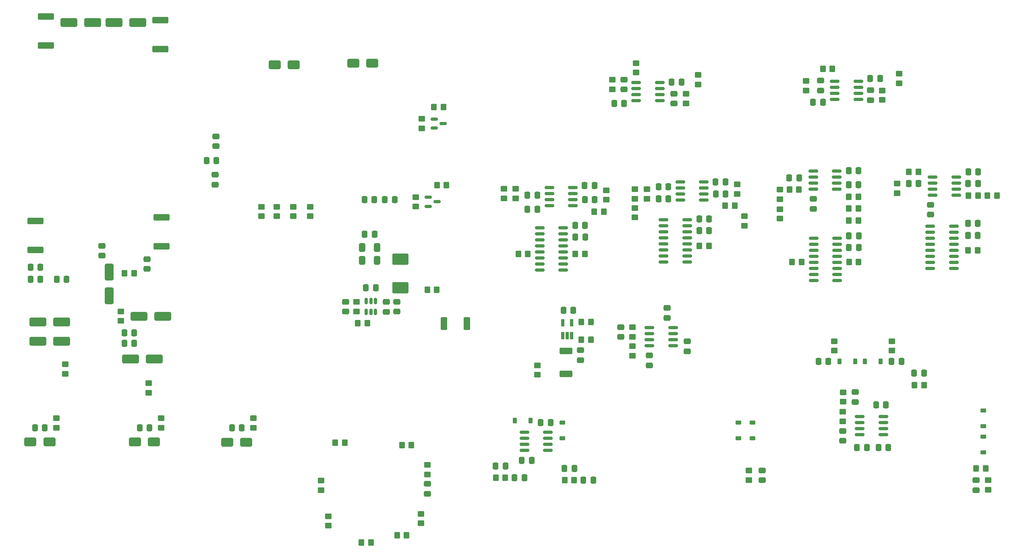
<source format=gbr>
%TF.GenerationSoftware,KiCad,Pcbnew,7.0.8*%
%TF.CreationDate,2024-02-21T10:41:43-05:00*%
%TF.ProjectId,Quad Joystick Mixer,51756164-204a-46f7-9973-7469636b204d,rev?*%
%TF.SameCoordinates,Original*%
%TF.FileFunction,Paste,Top*%
%TF.FilePolarity,Positive*%
%FSLAX46Y46*%
G04 Gerber Fmt 4.6, Leading zero omitted, Abs format (unit mm)*
G04 Created by KiCad (PCBNEW 7.0.8) date 2024-02-21 10:41:43*
%MOMM*%
%LPD*%
G01*
G04 APERTURE LIST*
G04 Aperture macros list*
%AMRoundRect*
0 Rectangle with rounded corners*
0 $1 Rounding radius*
0 $2 $3 $4 $5 $6 $7 $8 $9 X,Y pos of 4 corners*
0 Add a 4 corners polygon primitive as box body*
4,1,4,$2,$3,$4,$5,$6,$7,$8,$9,$2,$3,0*
0 Add four circle primitives for the rounded corners*
1,1,$1+$1,$2,$3*
1,1,$1+$1,$4,$5*
1,1,$1+$1,$6,$7*
1,1,$1+$1,$8,$9*
0 Add four rect primitives between the rounded corners*
20,1,$1+$1,$2,$3,$4,$5,0*
20,1,$1+$1,$4,$5,$6,$7,0*
20,1,$1+$1,$6,$7,$8,$9,0*
20,1,$1+$1,$8,$9,$2,$3,0*%
G04 Aperture macros list end*
%ADD10RoundRect,0.249999X-1.425001X0.450001X-1.425001X-0.450001X1.425001X-0.450001X1.425001X0.450001X0*%
%ADD11R,0.650000X1.560000*%
%ADD12RoundRect,0.250000X-0.337500X-0.475000X0.337500X-0.475000X0.337500X0.475000X-0.337500X0.475000X0*%
%ADD13RoundRect,0.250000X0.337500X0.475000X-0.337500X0.475000X-0.337500X-0.475000X0.337500X-0.475000X0*%
%ADD14RoundRect,0.250000X0.450000X-0.350000X0.450000X0.350000X-0.450000X0.350000X-0.450000X-0.350000X0*%
%ADD15RoundRect,0.250000X-0.475000X0.337500X-0.475000X-0.337500X0.475000X-0.337500X0.475000X0.337500X0*%
%ADD16RoundRect,0.250000X-0.350000X-0.450000X0.350000X-0.450000X0.350000X0.450000X-0.350000X0.450000X0*%
%ADD17RoundRect,0.250000X-0.450000X0.350000X-0.450000X-0.350000X0.450000X-0.350000X0.450000X0.350000X0*%
%ADD18RoundRect,0.250000X0.475000X-0.337500X0.475000X0.337500X-0.475000X0.337500X-0.475000X-0.337500X0*%
%ADD19RoundRect,0.225000X0.375000X-0.225000X0.375000X0.225000X-0.375000X0.225000X-0.375000X-0.225000X0*%
%ADD20RoundRect,0.250000X1.000000X0.650000X-1.000000X0.650000X-1.000000X-0.650000X1.000000X-0.650000X0*%
%ADD21RoundRect,0.250000X1.500000X0.650000X-1.500000X0.650000X-1.500000X-0.650000X1.500000X-0.650000X0*%
%ADD22RoundRect,0.150000X-0.825000X-0.150000X0.825000X-0.150000X0.825000X0.150000X-0.825000X0.150000X0*%
%ADD23RoundRect,0.150000X0.150000X-0.512500X0.150000X0.512500X-0.150000X0.512500X-0.150000X-0.512500X0*%
%ADD24RoundRect,0.250000X0.350000X0.450000X-0.350000X0.450000X-0.350000X-0.450000X0.350000X-0.450000X0*%
%ADD25RoundRect,0.250000X-1.500000X-0.650000X1.500000X-0.650000X1.500000X0.650000X-1.500000X0.650000X0*%
%ADD26RoundRect,0.250000X0.650000X-1.500000X0.650000X1.500000X-0.650000X1.500000X-0.650000X-1.500000X0*%
%ADD27RoundRect,0.225000X-0.225000X-0.375000X0.225000X-0.375000X0.225000X0.375000X-0.225000X0.375000X0*%
%ADD28RoundRect,0.225000X0.225000X0.375000X-0.225000X0.375000X-0.225000X-0.375000X0.225000X-0.375000X0*%
%ADD29RoundRect,0.250000X0.412500X0.650000X-0.412500X0.650000X-0.412500X-0.650000X0.412500X-0.650000X0*%
%ADD30RoundRect,0.150000X-0.587500X-0.150000X0.587500X-0.150000X0.587500X0.150000X-0.587500X0.150000X0*%
%ADD31RoundRect,0.249999X-0.450001X-1.075001X0.450001X-1.075001X0.450001X1.075001X-0.450001X1.075001X0*%
%ADD32RoundRect,0.235000X1.465000X-0.940000X1.465000X0.940000X-1.465000X0.940000X-1.465000X-0.940000X0*%
%ADD33RoundRect,0.249999X-1.075001X0.450001X-1.075001X-0.450001X1.075001X-0.450001X1.075001X0.450001X0*%
%ADD34RoundRect,0.225000X-0.375000X0.225000X-0.375000X-0.225000X0.375000X-0.225000X0.375000X0.225000X0*%
G04 APERTURE END LIST*
D10*
%TO.C,R6*%
X42988750Y-47711250D03*
X42988750Y-53811250D03*
%TD*%
D11*
%TO.C,U5*%
X151568750Y-114839850D03*
X152518750Y-114839850D03*
X153468750Y-114839850D03*
X153468750Y-112139850D03*
X151568750Y-112139850D03*
%TD*%
D12*
%TO.C,C72*%
X142976250Y-141126250D03*
X145051250Y-141126250D03*
%TD*%
D13*
%TO.C,C73*%
X157988750Y-145261250D03*
X155913750Y-145261250D03*
%TD*%
D14*
%TO.C,R81*%
X120651250Y-87711250D03*
X120651250Y-85711250D03*
%TD*%
D15*
%TO.C,C69*%
X228851250Y-87338750D03*
X228851250Y-89413750D03*
%TD*%
D13*
%TO.C,C71*%
X149013750Y-133126250D03*
X146938750Y-133126250D03*
%TD*%
D16*
%TO.C,R77*%
X117767750Y-137851650D03*
X119767750Y-137851650D03*
%TD*%
D17*
%TO.C,R12*%
X108238750Y-107761250D03*
X108238750Y-109761250D03*
%TD*%
D18*
%TO.C,C52*%
X205738750Y-63298750D03*
X205738750Y-61223750D03*
%TD*%
D16*
%TO.C,R10*%
X123098750Y-105221250D03*
X125098750Y-105221250D03*
%TD*%
D19*
%TO.C,D12*%
X191488750Y-136411250D03*
X191488750Y-133111250D03*
%TD*%
D15*
%TO.C,C25*%
X213023750Y-126723750D03*
X213023750Y-128798750D03*
%TD*%
D17*
%TO.C,R30*%
X141701250Y-84000000D03*
X141701250Y-86000000D03*
%TD*%
D13*
%TO.C,C54*%
X206238750Y-65761250D03*
X204163750Y-65761250D03*
%TD*%
D16*
%TO.C,R21*%
X155518750Y-115739850D03*
X157518750Y-115739850D03*
%TD*%
D13*
%TO.C,C29*%
X220001250Y-138396250D03*
X217926250Y-138396250D03*
%TD*%
D20*
%TO.C,D22*%
X43678750Y-137221250D03*
X39678750Y-137221250D03*
%TD*%
D21*
%TO.C,D10*%
X46238750Y-116011250D03*
X41238750Y-116011250D03*
%TD*%
D22*
%TO.C,U19*%
X143538750Y-135221250D03*
X143538750Y-136491250D03*
X143538750Y-137761250D03*
X143538750Y-139031250D03*
X148488750Y-139031250D03*
X148488750Y-137761250D03*
X148488750Y-136491250D03*
X148488750Y-135221250D03*
%TD*%
D17*
%TO.C,R15*%
X210463750Y-130896250D03*
X210463750Y-132896250D03*
%TD*%
D23*
%TO.C,U3*%
X110288750Y-109898750D03*
X111238750Y-109898750D03*
X112188750Y-109898750D03*
X112188750Y-107623750D03*
X111238750Y-107623750D03*
X110288750Y-107623750D03*
%TD*%
D17*
%TO.C,R48*%
X220723750Y-116011250D03*
X220723750Y-118011250D03*
%TD*%
D12*
%TO.C,C39*%
X154226250Y-94146250D03*
X156301250Y-94146250D03*
%TD*%
D16*
%TO.C,R63*%
X116767750Y-156851650D03*
X118767750Y-156851650D03*
%TD*%
D15*
%TO.C,C80*%
X78710057Y-72946730D03*
X78710057Y-75021730D03*
%TD*%
D21*
%TO.C,D2*%
X62238750Y-49011250D03*
X57238750Y-49011250D03*
%TD*%
D24*
%TO.C,R22*%
X157518750Y-111989850D03*
X155518750Y-111989850D03*
%TD*%
D17*
%TO.C,R19*%
X240988750Y-145261250D03*
X240988750Y-147261250D03*
%TD*%
D24*
%TO.C,R53*%
X238851250Y-85376250D03*
X236851250Y-85376250D03*
%TD*%
D12*
%TO.C,C46*%
X183738750Y-85051250D03*
X185813750Y-85051250D03*
%TD*%
D16*
%TO.C,R51*%
X236763750Y-96876250D03*
X238763750Y-96876250D03*
%TD*%
D17*
%TO.C,R23*%
X166268750Y-117089850D03*
X166268750Y-119089850D03*
%TD*%
D10*
%TO.C,R7*%
X40738750Y-90711250D03*
X40738750Y-96811250D03*
%TD*%
D25*
%TO.C,D5*%
X41238750Y-112011250D03*
X46238750Y-112011250D03*
%TD*%
D19*
%TO.C,D19*%
X151488750Y-136411250D03*
X151488750Y-133111250D03*
%TD*%
D15*
%TO.C,C81*%
X123158750Y-146025150D03*
X123158750Y-148100150D03*
%TD*%
D12*
%TO.C,C8*%
X183701250Y-82551250D03*
X185776250Y-82551250D03*
%TD*%
D14*
%TO.C,R84*%
X86568750Y-134261250D03*
X86568750Y-132261250D03*
%TD*%
D16*
%TO.C,R59*%
X211763750Y-99336250D03*
X213763750Y-99336250D03*
%TD*%
D14*
%TO.C,R66*%
X98460057Y-89734230D03*
X98460057Y-87734230D03*
%TD*%
D13*
%TO.C,C11*%
X41776250Y-100511250D03*
X39701250Y-100511250D03*
%TD*%
%TO.C,C9*%
X173776250Y-86051250D03*
X171701250Y-86051250D03*
%TD*%
D16*
%TO.C,R50*%
X224313750Y-80376250D03*
X226313750Y-80376250D03*
%TD*%
D12*
%TO.C,C62*%
X211726250Y-96336250D03*
X213801250Y-96336250D03*
%TD*%
D16*
%TO.C,R5*%
X59488750Y-101761250D03*
X61488750Y-101761250D03*
%TD*%
%TO.C,R17*%
X225488750Y-125261250D03*
X227488750Y-125261250D03*
%TD*%
D12*
%TO.C,C41*%
X156163750Y-83281250D03*
X158238750Y-83281250D03*
%TD*%
D16*
%TO.C,R73*%
X109267750Y-158351650D03*
X111267750Y-158351650D03*
%TD*%
D22*
%TO.C,U16*%
X204238750Y-80241250D03*
X204238750Y-81511250D03*
X204238750Y-82781250D03*
X204238750Y-84051250D03*
X209188750Y-84051250D03*
X209188750Y-82781250D03*
X209188750Y-81511250D03*
X209188750Y-80241250D03*
%TD*%
D24*
%TO.C,R64*%
X139488750Y-144761250D03*
X137488750Y-144761250D03*
%TD*%
D14*
%TO.C,R9*%
X64528750Y-126871250D03*
X64528750Y-124871250D03*
%TD*%
D15*
%TO.C,C33*%
X155268750Y-117952350D03*
X155268750Y-120027350D03*
%TD*%
D12*
%TO.C,C66*%
X211676250Y-83146250D03*
X213751250Y-83146250D03*
%TD*%
D13*
%TO.C,C10*%
X41776250Y-103011250D03*
X39701250Y-103011250D03*
%TD*%
D17*
%TO.C,R37*%
X202738750Y-61261250D03*
X202738750Y-63261250D03*
%TD*%
D12*
%TO.C,C67*%
X236813750Y-80376250D03*
X238888750Y-80376250D03*
%TD*%
D13*
%TO.C,C42*%
X146238750Y-88281250D03*
X144163750Y-88281250D03*
%TD*%
D12*
%TO.C,C78*%
X109922557Y-86234230D03*
X111997557Y-86234230D03*
%TD*%
D26*
%TO.C,D3*%
X56238750Y-106511250D03*
X56238750Y-101511250D03*
%TD*%
D27*
%TO.C,D16*%
X209723750Y-120261250D03*
X213023750Y-120261250D03*
%TD*%
D28*
%TO.C,D17*%
X218373750Y-120261250D03*
X215073750Y-120261250D03*
%TD*%
D22*
%TO.C,U9*%
X146751250Y-92201250D03*
X146751250Y-93471250D03*
X146751250Y-94741250D03*
X146751250Y-96011250D03*
X146751250Y-97281250D03*
X146751250Y-98551250D03*
X146751250Y-99821250D03*
X146751250Y-101091250D03*
X151701250Y-101091250D03*
X151701250Y-99821250D03*
X151701250Y-98551250D03*
X151701250Y-97281250D03*
X151701250Y-96011250D03*
X151701250Y-94741250D03*
X151701250Y-93471250D03*
X151701250Y-92201250D03*
%TD*%
D27*
%TO.C,D18*%
X141488750Y-132761250D03*
X144788750Y-132761250D03*
%TD*%
D20*
%TO.C,D26*%
X95028750Y-57871250D03*
X91028750Y-57871250D03*
%TD*%
D22*
%TO.C,U6*%
X176288750Y-82511250D03*
X176288750Y-83781250D03*
X176288750Y-85051250D03*
X176288750Y-86321250D03*
X181238750Y-86321250D03*
X181238750Y-85051250D03*
X181238750Y-83781250D03*
X181238750Y-82511250D03*
%TD*%
D12*
%TO.C,C48*%
X156201250Y-86281250D03*
X158276250Y-86281250D03*
%TD*%
D22*
%TO.C,U17*%
X204288750Y-94391250D03*
X204288750Y-95661250D03*
X204288750Y-96931250D03*
X204288750Y-98201250D03*
X204288750Y-99471250D03*
X204288750Y-100741250D03*
X204288750Y-102011250D03*
X204288750Y-103281250D03*
X209238750Y-103281250D03*
X209238750Y-102011250D03*
X209238750Y-100741250D03*
X209238750Y-99471250D03*
X209238750Y-98201250D03*
X209238750Y-96931250D03*
X209238750Y-95661250D03*
X209238750Y-94391250D03*
%TD*%
D18*
%TO.C,C16*%
X173488750Y-111127350D03*
X173488750Y-109052350D03*
%TD*%
D12*
%TO.C,C15*%
X45201250Y-103011250D03*
X47276250Y-103011250D03*
%TD*%
D17*
%TO.C,R28*%
X169238750Y-84051250D03*
X169238750Y-86051250D03*
%TD*%
D12*
%TO.C,C20*%
X110201250Y-104761250D03*
X112276250Y-104761250D03*
%TD*%
D14*
%TO.C,R87*%
X197238750Y-90261250D03*
X197238750Y-88261250D03*
%TD*%
D13*
%TO.C,C82*%
X42716250Y-134221250D03*
X40641250Y-134221250D03*
%TD*%
D24*
%TO.C,R76*%
X105767750Y-137351650D03*
X103767750Y-137351650D03*
%TD*%
D15*
%TO.C,C23*%
X105988750Y-107723750D03*
X105988750Y-109798750D03*
%TD*%
D12*
%TO.C,C37*%
X205336250Y-120261250D03*
X207411250Y-120261250D03*
%TD*%
D14*
%TO.C,R68*%
X91460057Y-89734230D03*
X91460057Y-87734230D03*
%TD*%
D20*
%TO.C,D24*%
X85068750Y-137261250D03*
X81068750Y-137261250D03*
%TD*%
D17*
%TO.C,R62*%
X121767750Y-152351650D03*
X121767750Y-154351650D03*
%TD*%
D14*
%TO.C,R82*%
X45178750Y-134221250D03*
X45178750Y-132221250D03*
%TD*%
D18*
%TO.C,C51*%
X216238750Y-65298750D03*
X216238750Y-63223750D03*
%TD*%
D15*
%TO.C,C26*%
X210463750Y-134896250D03*
X210463750Y-136971250D03*
%TD*%
D20*
%TO.C,D25*%
X111528750Y-57541250D03*
X107528750Y-57541250D03*
%TD*%
D14*
%TO.C,R88*%
X189788750Y-91741250D03*
X189788750Y-89741250D03*
%TD*%
D10*
%TO.C,R1*%
X66988750Y-48461250D03*
X66988750Y-54561250D03*
%TD*%
D18*
%TO.C,C22*%
X114488750Y-109836250D03*
X114488750Y-107761250D03*
%TD*%
D15*
%TO.C,C36*%
X169768750Y-119052350D03*
X169768750Y-121127350D03*
%TD*%
D13*
%TO.C,C58*%
X226351250Y-82876250D03*
X224276250Y-82876250D03*
%TD*%
%TO.C,C45*%
X173776250Y-83551250D03*
X171701250Y-83551250D03*
%TD*%
D16*
%TO.C,R39*%
X206238750Y-58761250D03*
X208238750Y-58761250D03*
%TD*%
D22*
%TO.C,U12*%
X208763750Y-61356250D03*
X208763750Y-62626250D03*
X208763750Y-63896250D03*
X208763750Y-65166250D03*
X213713750Y-65166250D03*
X213713750Y-63896250D03*
X213713750Y-62626250D03*
X213713750Y-61356250D03*
%TD*%
D12*
%TO.C,C27*%
X225451250Y-122761250D03*
X227526250Y-122761250D03*
%TD*%
D29*
%TO.C,C17*%
X112551250Y-99036250D03*
X109426250Y-99036250D03*
%TD*%
D17*
%TO.C,R8*%
X166268750Y-113089850D03*
X166268750Y-115089850D03*
%TD*%
%TO.C,R35*%
X179988750Y-60011250D03*
X179988750Y-62011250D03*
%TD*%
%TO.C,R72*%
X123158750Y-142062650D03*
X123158750Y-144062650D03*
%TD*%
D12*
%TO.C,C40*%
X154188750Y-91646250D03*
X156263750Y-91646250D03*
%TD*%
D14*
%TO.C,R85*%
X166738750Y-90011250D03*
X166738750Y-88011250D03*
%TD*%
D22*
%TO.C,U8*%
X172788750Y-90471250D03*
X172788750Y-91741250D03*
X172788750Y-93011250D03*
X172788750Y-94281250D03*
X172788750Y-95551250D03*
X172788750Y-96821250D03*
X172788750Y-98091250D03*
X172788750Y-99361250D03*
X177738750Y-99361250D03*
X177738750Y-98091250D03*
X177738750Y-96821250D03*
X177738750Y-95551250D03*
X177738750Y-94281250D03*
X177738750Y-93011250D03*
X177738750Y-91741250D03*
X177738750Y-90471250D03*
%TD*%
D24*
%TO.C,R61*%
X213713750Y-85646250D03*
X211713750Y-85646250D03*
%TD*%
D12*
%TO.C,C53*%
X216201250Y-60761250D03*
X218276250Y-60761250D03*
%TD*%
D22*
%TO.C,U7*%
X169793750Y-113184850D03*
X169793750Y-114454850D03*
X169793750Y-115724850D03*
X169793750Y-116994850D03*
X174743750Y-116994850D03*
X174743750Y-115724850D03*
X174743750Y-114454850D03*
X174743750Y-113184850D03*
%TD*%
D16*
%TO.C,R26*%
X154226250Y-97646250D03*
X156226250Y-97646250D03*
%TD*%
D18*
%TO.C,C49*%
X164488750Y-63048750D03*
X164488750Y-60973750D03*
%TD*%
D17*
%TO.C,R34*%
X166988750Y-57511250D03*
X166988750Y-59511250D03*
%TD*%
D21*
%TO.C,D6*%
X52738750Y-49011250D03*
X47738750Y-49011250D03*
%TD*%
D16*
%TO.C,R60*%
X211713750Y-88146250D03*
X213713750Y-88146250D03*
%TD*%
D12*
%TO.C,C2*%
X59451250Y-116511250D03*
X61526250Y-116511250D03*
%TD*%
D14*
%TO.C,R44*%
X166738750Y-86051250D03*
X166738750Y-84051250D03*
%TD*%
D21*
%TO.C,D1*%
X67488750Y-110761250D03*
X62488750Y-110761250D03*
%TD*%
D29*
%TO.C,C18*%
X112551250Y-96286250D03*
X109426250Y-96286250D03*
%TD*%
D30*
%TO.C,Q1*%
X124551250Y-69311250D03*
X124551250Y-71211250D03*
X126426250Y-70261250D03*
%TD*%
D17*
%TO.C,R36*%
X218738750Y-63261250D03*
X218738750Y-65261250D03*
%TD*%
%TO.C,R74*%
X102267750Y-152851650D03*
X102267750Y-154851650D03*
%TD*%
D18*
%TO.C,C24*%
X193488750Y-145298750D03*
X193488750Y-143223750D03*
%TD*%
D17*
%TO.C,R3*%
X146268750Y-121089850D03*
X146268750Y-123089850D03*
%TD*%
%TO.C,R24*%
X208623750Y-116011250D03*
X208623750Y-118011250D03*
%TD*%
D22*
%TO.C,U13*%
X228813750Y-91796250D03*
X228813750Y-93066250D03*
X228813750Y-94336250D03*
X228813750Y-95606250D03*
X228813750Y-96876250D03*
X228813750Y-98146250D03*
X228813750Y-99416250D03*
X228813750Y-100686250D03*
X233763750Y-100686250D03*
X233763750Y-99416250D03*
X233763750Y-98146250D03*
X233763750Y-96876250D03*
X233763750Y-95606250D03*
X233763750Y-94336250D03*
X233763750Y-93066250D03*
X233763750Y-91796250D03*
%TD*%
D14*
%TO.C,R83*%
X67178750Y-134221250D03*
X67178750Y-132221250D03*
%TD*%
D24*
%TO.C,R65*%
X153988750Y-145261250D03*
X151988750Y-145261250D03*
%TD*%
D31*
%TO.C,R40*%
X126600000Y-112314850D03*
X131400000Y-112314850D03*
%TD*%
D16*
%TO.C,R56*%
X199763750Y-99336250D03*
X201763750Y-99336250D03*
%TD*%
D18*
%TO.C,C7*%
X54738750Y-98048750D03*
X54738750Y-95973750D03*
%TD*%
%TO.C,C28*%
X238488750Y-147336250D03*
X238488750Y-145261250D03*
%TD*%
D14*
%TO.C,R11*%
X47028750Y-122871250D03*
X47028750Y-120871250D03*
%TD*%
D13*
%TO.C,C83*%
X64716250Y-134221250D03*
X62641250Y-134221250D03*
%TD*%
D16*
%TO.C,R58*%
X199213750Y-84146250D03*
X201213750Y-84146250D03*
%TD*%
D12*
%TO.C,C75*%
X137451250Y-142261250D03*
X139526250Y-142261250D03*
%TD*%
D19*
%TO.C,D13*%
X188488750Y-136411250D03*
X188488750Y-133111250D03*
%TD*%
D13*
%TO.C,C55*%
X222761250Y-120261250D03*
X220686250Y-120261250D03*
%TD*%
D15*
%TO.C,C6*%
X64238750Y-98761250D03*
X64238750Y-100836250D03*
%TD*%
D14*
%TO.C,R79*%
X121988750Y-71261250D03*
X121988750Y-69261250D03*
%TD*%
D13*
%TO.C,C74*%
X143526250Y-144761250D03*
X141451250Y-144761250D03*
%TD*%
D12*
%TO.C,C1*%
X59451250Y-114261250D03*
X61526250Y-114261250D03*
%TD*%
D16*
%TO.C,R27*%
X142226250Y-97646250D03*
X144226250Y-97646250D03*
%TD*%
D10*
%TO.C,R2*%
X67238750Y-89961250D03*
X67238750Y-96061250D03*
%TD*%
D17*
%TO.C,R32*%
X177488750Y-64011250D03*
X177488750Y-66011250D03*
%TD*%
D13*
%TO.C,C19*%
X112026250Y-93536250D03*
X109951250Y-93536250D03*
%TD*%
D14*
%TO.C,R57*%
X197213750Y-86146250D03*
X197213750Y-84146250D03*
%TD*%
D13*
%TO.C,C44*%
X164488750Y-66011250D03*
X162413750Y-66011250D03*
%TD*%
D32*
%TO.C,L4*%
X117488750Y-104786250D03*
X117488750Y-98736250D03*
%TD*%
D12*
%TO.C,C57*%
X236726250Y-91241250D03*
X238801250Y-91241250D03*
%TD*%
D24*
%TO.C,R18*%
X240488750Y-142761250D03*
X238488750Y-142761250D03*
%TD*%
D22*
%TO.C,U10*%
X148751250Y-83741250D03*
X148751250Y-85011250D03*
X148751250Y-86281250D03*
X148751250Y-87551250D03*
X153701250Y-87551250D03*
X153701250Y-86281250D03*
X153701250Y-85011250D03*
X153701250Y-83741250D03*
%TD*%
D14*
%TO.C,R49*%
X221851250Y-84876250D03*
X221851250Y-82876250D03*
%TD*%
%TO.C,R29*%
X188238750Y-85051250D03*
X188238750Y-83051250D03*
%TD*%
D15*
%TO.C,C34*%
X163768750Y-113052350D03*
X163768750Y-115127350D03*
%TD*%
D12*
%TO.C,C56*%
X236726250Y-93741250D03*
X238801250Y-93741250D03*
%TD*%
D25*
%TO.C,D4*%
X60738750Y-119761250D03*
X65738750Y-119761250D03*
%TD*%
D12*
%TO.C,C38*%
X180251250Y-90281250D03*
X182326250Y-90281250D03*
%TD*%
%TO.C,C32*%
X151731250Y-109489850D03*
X153806250Y-109489850D03*
%TD*%
D18*
%TO.C,C50*%
X174988750Y-66048750D03*
X174988750Y-63973750D03*
%TD*%
D13*
%TO.C,C77*%
X116247557Y-86234230D03*
X114172557Y-86234230D03*
%TD*%
D14*
%TO.C,R4*%
X58738750Y-111761250D03*
X58738750Y-109761250D03*
%TD*%
D12*
%TO.C,C68*%
X211676250Y-80146250D03*
X213751250Y-80146250D03*
%TD*%
D15*
%TO.C,C70*%
X204213750Y-86108750D03*
X204213750Y-88183750D03*
%TD*%
D17*
%TO.C,R38*%
X222238750Y-59761250D03*
X222238750Y-61761250D03*
%TD*%
D13*
%TO.C,C86*%
X78803750Y-78062650D03*
X76728750Y-78062650D03*
%TD*%
%TO.C,C65*%
X201251250Y-81646250D03*
X199176250Y-81646250D03*
%TD*%
D33*
%TO.C,R20*%
X152268750Y-118089850D03*
X152268750Y-122889850D03*
%TD*%
D24*
%TO.C,R52*%
X242851250Y-85376250D03*
X240851250Y-85376250D03*
%TD*%
D12*
%TO.C,C30*%
X213426250Y-138396250D03*
X215501250Y-138396250D03*
%TD*%
D24*
%TO.C,R80*%
X127151250Y-83211250D03*
X125151250Y-83211250D03*
%TD*%
D13*
%TO.C,C84*%
X84143750Y-134261250D03*
X82068750Y-134261250D03*
%TD*%
D24*
%TO.C,R45*%
X187738750Y-87551250D03*
X185738750Y-87551250D03*
%TD*%
D22*
%TO.C,U4*%
X214013750Y-131856250D03*
X214013750Y-133126250D03*
X214013750Y-134396250D03*
X214013750Y-135666250D03*
X218963750Y-135666250D03*
X218963750Y-134396250D03*
X218963750Y-133126250D03*
X218963750Y-131856250D03*
%TD*%
D17*
%TO.C,R33*%
X161988750Y-61011250D03*
X161988750Y-63011250D03*
%TD*%
%TO.C,R75*%
X100767750Y-145351650D03*
X100767750Y-147351650D03*
%TD*%
D18*
%TO.C,C21*%
X116738750Y-109798750D03*
X116738750Y-107723750D03*
%TD*%
D24*
%TO.C,R78*%
X126488750Y-66761250D03*
X124488750Y-66761250D03*
%TD*%
D14*
%TO.C,R69*%
X88210057Y-89734230D03*
X88210057Y-87734230D03*
%TD*%
D13*
%TO.C,C47*%
X146238750Y-85281250D03*
X144163750Y-85281250D03*
%TD*%
D14*
%TO.C,R31*%
X160701250Y-86281250D03*
X160701250Y-84281250D03*
%TD*%
D16*
%TO.C,R25*%
X180288750Y-96011250D03*
X182288750Y-96011250D03*
%TD*%
D20*
%TO.C,D23*%
X65678750Y-137221250D03*
X61678750Y-137221250D03*
%TD*%
D22*
%TO.C,U14*%
X229338750Y-81471250D03*
X229338750Y-82741250D03*
X229338750Y-84011250D03*
X229338750Y-85281250D03*
X234288750Y-85281250D03*
X234288750Y-84011250D03*
X234288750Y-82741250D03*
X234288750Y-81471250D03*
%TD*%
D34*
%TO.C,D15*%
X239988750Y-136111250D03*
X239988750Y-139411250D03*
%TD*%
D17*
%TO.C,R14*%
X190738750Y-143261250D03*
X190738750Y-145261250D03*
%TD*%
D19*
%TO.C,D14*%
X239988750Y-133911250D03*
X239988750Y-130611250D03*
%TD*%
D30*
%TO.C,Q2*%
X123276250Y-85761250D03*
X123276250Y-87661250D03*
X125151250Y-86711250D03*
%TD*%
D24*
%TO.C,R47*%
X160201250Y-88781250D03*
X158201250Y-88781250D03*
%TD*%
D14*
%TO.C,R46*%
X139201250Y-86000000D03*
X139201250Y-84000000D03*
%TD*%
D15*
%TO.C,C60*%
X177768750Y-116052350D03*
X177768750Y-118127350D03*
%TD*%
D14*
%TO.C,R67*%
X94960057Y-89734230D03*
X94960057Y-87734230D03*
%TD*%
D24*
%TO.C,R86*%
X213713750Y-90646250D03*
X211713750Y-90646250D03*
%TD*%
D16*
%TO.C,R13*%
X108488750Y-112261250D03*
X110488750Y-112261250D03*
%TD*%
D12*
%TO.C,C43*%
X174451250Y-61511250D03*
X176526250Y-61511250D03*
%TD*%
D15*
%TO.C,C85*%
X78553750Y-81025150D03*
X78553750Y-83100150D03*
%TD*%
D14*
%TO.C,R16*%
X210523750Y-128761250D03*
X210523750Y-126761250D03*
%TD*%
D13*
%TO.C,C31*%
X219501250Y-129396250D03*
X217426250Y-129396250D03*
%TD*%
D12*
%TO.C,C63*%
X211726250Y-93836250D03*
X213801250Y-93836250D03*
%TD*%
%TO.C,C76*%
X151951250Y-142761250D03*
X154026250Y-142761250D03*
%TD*%
%TO.C,C35*%
X180251250Y-92781250D03*
X182326250Y-92781250D03*
%TD*%
%TO.C,C59*%
X236776250Y-82876250D03*
X238851250Y-82876250D03*
%TD*%
D22*
%TO.C,U11*%
X167013750Y-61606250D03*
X167013750Y-62876250D03*
X167013750Y-64146250D03*
X167013750Y-65416250D03*
X171963750Y-65416250D03*
X171963750Y-64146250D03*
X171963750Y-62876250D03*
X171963750Y-61606250D03*
%TD*%
M02*

</source>
